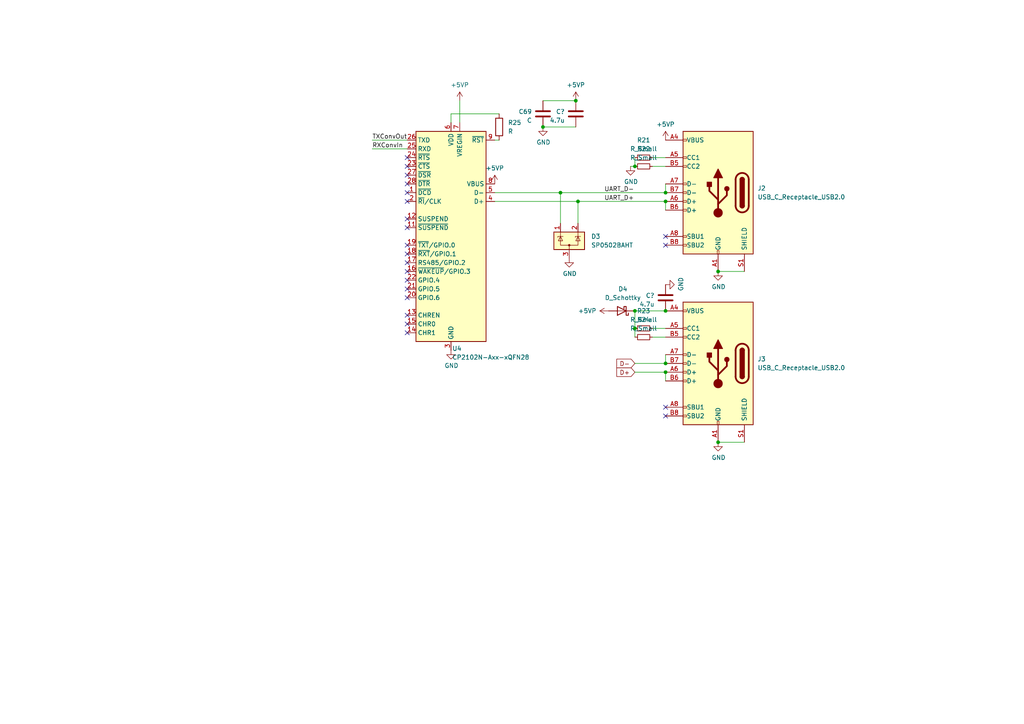
<source format=kicad_sch>
(kicad_sch (version 20230121) (generator eeschema)
  (paper "A4")
  (lib_symbols
    (symbol "Connector:USB_C_Receptacle_USB2.0" (pin_names (offset 1.016))
      (property "Reference" "J" (at -10.16 19.05 0))
      (property "Value" "USB_C_Receptacle_USB2.0" (at 19.05 19.05 0))
      (symbol "USB_C_Receptacle_USB2.0_0_0"
        (rectangle (start -0.254 -17.78) (end 0.254 -16.764))
        (rectangle (start 10.16 -14.986) (end 9.144 -15.494))
        (rectangle (start 10.16 -12.446) (end 9.144 -12.954))
        (rectangle (start 10.16 -4.826) (end 9.144 -5.334))
        (rectangle (start 10.16 -2.286) (end 9.144 -2.794))
        (rectangle (start 10.16 0.254) (end 9.144 -0.254))
        (rectangle (start 10.16 2.794) (end 9.144 2.286))
        (rectangle (start 10.16 7.874) (end 9.144 7.366))
        (rectangle (start 10.16 10.414) (end 9.144 9.906))
        (rectangle (start 10.16 15.494) (end 9.144 14.986))
      )
      (symbol "USB_C_Receptacle_USB2.0_0_1"
        (rectangle (start -10.16 17.78) (end 10.16 -17.78) (stroke (width 0.254)) (fill (type background)))
        (arc (start -8.89 -3.81) (mid -6.985 -5.7067) (end -5.08 -3.81) (stroke (width 0.508)))
        (arc (start -7.62 -3.81) (mid -6.985 -4.4423) (end -6.35 -3.81) (stroke (width 0.254)))
        (arc (start -7.62 -3.81) (mid -6.985 -4.4423) (end -6.35 -3.81) (stroke (width 0.254)) (fill (type outline)))
        (rectangle (start -7.62 -3.81) (end -6.35 3.81) (stroke (width 0.254)) (fill (type outline)))
        (arc (start -6.35 3.81) (mid -6.985 4.4423) (end -7.62 3.81) (stroke (width 0.254)))
        (arc (start -6.35 3.81) (mid -6.985 4.4423) (end -7.62 3.81) (stroke (width 0.254)) (fill (type outline)))
        (arc (start -5.08 3.81) (mid -6.985 5.7067) (end -8.89 3.81) (stroke (width 0.508)))
        (circle (center -2.54 1.143) (radius 0.635) (stroke (width 0.254)) (fill (type outline)))
        (circle (center 0 -5.842) (radius 1.27) (fill (type outline)))
        (polyline (pts (xy -8.89 -3.81) (xy -8.89 3.81)) (stroke (width 0.508)))
        (polyline (pts (xy -5.08 3.81) (xy -5.08 -3.81)) (stroke (width 0.508)))
        (polyline (pts (xy 0 -5.842) (xy 0 4.318)) (stroke (width 0.508)))
        (polyline (pts (xy 0 -3.302) (xy -2.54 -0.762) (xy -2.54 0.508)) (stroke (width 0.508)))
        (polyline (pts (xy 0 -2.032) (xy 2.54 0.508) (xy 2.54 1.778)) (stroke (width 0.508)))
        (polyline (pts (xy -1.27 4.318) (xy 0 6.858) (xy 1.27 4.318) (xy -1.27 4.318)) (stroke (width 0.254)) (fill (type outline)))
        (rectangle (start 1.905 1.778) (end 3.175 3.048) (stroke (width 0.254)) (fill (type outline)))
      )
      (symbol "USB_C_Receptacle_USB2.0_1_1"
        (pin passive line (at 0 -22.86 90) (length 5.08) (name "GND") (number "A1"))
        (pin passive line (at 0 -22.86 90) (length 5.08) hide (name "GND") (number "A12"))
        (pin passive line (at 15.24 15.24 180) (length 5.08) (name "VBUS") (number "A4"))
        (pin bidirectional line (at 15.24 10.16 180) (length 5.08) (name "CC1") (number "A5"))
        (pin bidirectional line (at 15.24 -2.54 180) (length 5.08) (name "D+") (number "A6"))
        (pin bidirectional line (at 15.24 2.54 180) (length 5.08) (name "D-") (number "A7"))
        (pin bidirectional line (at 15.24 -12.7 180) (length 5.08) (name "SBU1") (number "A8"))
        (pin passive line (at 15.24 15.24 180) (length 5.08) hide (name "VBUS") (number "A9"))
        (pin passive line (at 0 -22.86 90) (length 5.08) hide (name "GND") (number "B1"))
        (pin passive line (at 0 -22.86 90) (length 5.08) hide (name "GND") (number "B12"))
        (pin passive line (at 15.24 15.24 180) (length 5.08) hide (name "VBUS") (number "B4"))
        (pin bidirectional line (at 15.24 7.62 180) (length 5.08) (name "CC2") (number "B5"))
        (pin bidirectional line (at 15.24 -5.08 180) (length 5.08) (name "D+") (number "B6"))
        (pin bidirectional line (at 15.24 0 180) (length 5.08) (name "D-") (number "B7"))
        (pin bidirectional line (at 15.24 -15.24 180) (length 5.08) (name "SBU2") (number "B8"))
        (pin passive line (at 15.24 15.24 180) (length 5.08) hide (name "VBUS") (number "B9"))
        (pin passive line (at -7.62 -22.86 90) (length 5.08) (name "SHIELD") (number "S1"))
      )
    )
    (symbol "Device:C" (pin_numbers hide) (pin_names (offset 0.254))
      (property "Reference" "C" (at 0.635 2.54 0))
      (property "Value" "C" (at 0.635 -2.54 0))
      (symbol "C_0_1"
        (polyline (pts (xy -2.032 -0.762) (xy 2.032 -0.762)) (stroke (width 0.508)))
        (polyline (pts (xy -2.032 0.762) (xy 2.032 0.762)) (stroke (width 0.508)))
      )
      (symbol "C_1_1"
        (pin passive line (at 0 3.81 270) (length 2.794) (name "~") (number "1"))
        (pin passive line (at 0 -3.81 90) (length 2.794) (name "~") (number "2"))
      )
    )
    (symbol "Device:D_Schottky" (pin_numbers hide) (pin_names (offset 1.016) hide)
      (property "Reference" "D" (at 0 2.54 0))
      (property "Value" "D_Schottky" (at 0 -2.54 0))
      (symbol "D_Schottky_0_1"
        (polyline (pts (xy 1.27 0) (xy -1.27 0)))
        (polyline (pts (xy 1.27 1.27) (xy 1.27 -1.27) (xy -1.27 0) (xy 1.27 1.27)) (stroke (width 0.254)))
        (polyline (pts (xy -1.905 0.635) (xy -1.905 1.27) (xy -1.27 1.27) (xy -1.27 -1.27) (xy -0.635 -1.27) (xy -0.635 -0.635)) (stroke (width 0.254)))
      )
      (symbol "D_Schottky_1_1"
        (pin passive line (at -3.81 0 0) (length 2.54) (name "K") (number "1"))
        (pin passive line (at 3.81 0 180) (length 2.54) (name "A") (number "2"))
      )
    )
    (symbol "Device:R" (pin_numbers hide) (pin_names (offset 0))
      (property "Reference" "R" (at 2.032 0 90))
      (property "Value" "R" (at 0 0 90))
      (symbol "R_0_1"
        (rectangle (start -1.016 -2.54) (end 1.016 2.54) (stroke (width 0.254)))
      )
      (symbol "R_1_1"
        (pin passive line (at 0 3.81 270) (length 1.27) (name "~") (number "1"))
        (pin passive line (at 0 -3.81 90) (length 1.27) (name "~") (number "2"))
      )
    )
    (symbol "Device:R_Small" (pin_numbers hide) (pin_names (offset 0.254) hide)
      (property "Reference" "R" (at 0.762 0.508 0))
      (property "Value" "R_Small" (at 0.762 -1.016 0))
      (symbol "R_Small_0_1"
        (rectangle (start -0.762 1.778) (end 0.762 -1.778) (stroke (width 0.2032)))
      )
      (symbol "R_Small_1_1"
        (pin passive line (at 0 2.54 270) (length 0.762) (name "~") (number "1"))
        (pin passive line (at 0 -2.54 90) (length 0.762) (name "~") (number "2"))
      )
    )
    (symbol "Interface_USB:CP2102N-Axx-xQFN28"
      (property "Reference" "U" (at -8.89 31.75 0))
      (property "Value" "CP2102N-Axx-xQFN28" (at 12.7 31.75 0))
      (symbol "CP2102N-Axx-xQFN28_0_1"
        (rectangle (start -10.16 30.48) (end 10.16 -30.48) (stroke (width 0.254)) (fill (type background)))
      )
      (symbol "CP2102N-Axx-xQFN28_1_1"
        (pin input line (at 12.7 12.7 180) (length 2.54) (name "~{DCD}") (number "1"))
        (pin no_connect line (at -10.16 -27.94 0) (length 2.54) hide (name "NC") (number "10"))
        (pin output line (at 12.7 2.54 180) (length 2.54) (name "~{SUSPEND}") (number "11"))
        (pin output line (at 12.7 5.08 180) (length 2.54) (name "SUSPEND") (number "12"))
        (pin output line (at 12.7 -22.86 180) (length 2.54) (name "CHREN") (number "13"))
        (pin output line (at 12.7 -27.94 180) (length 2.54) (name "CHR1") (number "14"))
        (pin output line (at 12.7 -25.4 180) (length 2.54) (name "CHR0") (number "15"))
        (pin bidirectional line (at 12.7 -10.16 180) (length 2.54) (name "~{WAKEUP}/GPIO.3") (number "16"))
        (pin bidirectional line (at 12.7 -7.62 180) (length 2.54) (name "RS485/GPIO.2") (number "17"))
        (pin bidirectional line (at 12.7 -5.08 180) (length 2.54) (name "~{RXT}/GPIO.1") (number "18"))
        (pin bidirectional line (at 12.7 -2.54 180) (length 2.54) (name "~{TXT}/GPIO.0") (number "19"))
        (pin bidirectional line (at 12.7 10.16 180) (length 2.54) (name "~{RI}/CLK") (number "2"))
        (pin bidirectional line (at 12.7 -17.78 180) (length 2.54) (name "GPIO.6") (number "20"))
        (pin bidirectional line (at 12.7 -15.24 180) (length 2.54) (name "GPIO.5") (number "21"))
        (pin bidirectional line (at 12.7 -12.7 180) (length 2.54) (name "GPIO.4") (number "22"))
        (pin input line (at 12.7 20.32 180) (length 2.54) (name "~{CTS}") (number "23"))
        (pin output line (at 12.7 22.86 180) (length 2.54) (name "~{RTS}") (number "24"))
        (pin input line (at 12.7 25.4 180) (length 2.54) (name "RXD") (number "25"))
        (pin output line (at 12.7 27.94 180) (length 2.54) (name "TXD") (number "26"))
        (pin input line (at 12.7 17.78 180) (length 2.54) (name "~{DSR}") (number "27"))
        (pin output line (at 12.7 15.24 180) (length 2.54) (name "~{DTR}") (number "28"))
        (pin passive line (at 0 -33.02 90) (length 2.54) hide (name "GND") (number "29"))
        (pin power_in line (at 0 -33.02 90) (length 2.54) (name "GND") (number "3"))
        (pin bidirectional line (at -12.7 10.16 0) (length 2.54) (name "D+") (number "4"))
        (pin bidirectional line (at -12.7 12.7 0) (length 2.54) (name "D-") (number "5"))
        (pin power_in line (at 0 33.02 270) (length 2.54) (name "VDD") (number "6"))
        (pin power_in line (at -2.54 33.02 270) (length 2.54) (name "VREGIN") (number "7"))
        (pin input line (at -12.7 15.24 0) (length 2.54) (name "VBUS") (number "8"))
        (pin input line (at -12.7 27.94 0) (length 2.54) (name "~{RST}") (number "9"))
      )
    )
    (symbol "Power_Protection:SP0502BAHT" (pin_names hide)
      (property "Reference" "D" (at 5.715 2.54 0))
      (property "Value" "SP0502BAHT" (at 5.715 0.635 0))
      (symbol "SP0502BAHT_0_0"
        (pin passive line (at 0 -5.08 90) (length 2.54) (name "A") (number "3"))
      )
      (symbol "SP0502BAHT_0_1"
        (rectangle (start -4.445 2.54) (end 4.445 -2.54) (stroke (width 0.254)) (fill (type background)))
        (circle (center 0 -1.27) (radius 0.254) (fill (type outline)))
        (polyline (pts (xy -2.54 2.54) (xy -2.54 1.27)))
        (polyline (pts (xy 0 -1.27) (xy 0 -2.54)))
        (polyline (pts (xy 2.54 2.54) (xy 2.54 1.27)))
        (polyline (pts (xy -3.302 1.016) (xy -3.302 1.27) (xy -1.905 1.27) (xy -1.778 1.27)))
        (polyline (pts (xy -2.54 1.27) (xy -2.54 -1.27) (xy 2.54 -1.27) (xy 2.54 1.27)))
        (polyline (pts (xy -2.54 1.27) (xy -1.905 0) (xy -3.175 0) (xy -2.54 1.27)))
        (polyline (pts (xy 1.778 1.016) (xy 1.778 1.27) (xy 3.175 1.27) (xy 3.302 1.27)))
        (polyline (pts (xy 2.54 1.27) (xy 1.905 0) (xy 3.175 0) (xy 2.54 1.27)))
      )
      (symbol "SP0502BAHT_1_1"
        (pin passive line (at -2.54 5.08 270) (length 2.54) (name "K") (number "1"))
        (pin passive line (at 2.54 5.08 270) (length 2.54) (name "K") (number "2"))
      )
    )
    (symbol "power:+5VP" (power) (pin_names (offset 0))
      (property "Value" "+5VP" (at 0 3.556 0))
      (symbol "+5VP_0_1"
        (polyline (pts (xy -0.762 1.27) (xy 0 2.54)))
        (polyline (pts (xy 0 0) (xy 0 2.54)))
        (polyline (pts (xy 0 2.54) (xy 0.762 1.27)))
      )
      (symbol "+5VP_1_1"
        (pin power_in line (at 0 0 90) (length 0) hide (name "+5VP") (number "1"))
      )
    )
    (symbol "power:GND" (power) (pin_names (offset 0))
      (property "Value" "GND" (at 0 -3.81 0))
      (symbol "GND_0_1"
        (polyline (pts (xy 0 0) (xy 0 -1.27) (xy 1.27 -1.27) (xy 0 -2.54) (xy -1.27 -1.27) (xy 0 -1.27)))
      )
      (symbol "GND_1_1"
        (pin power_in line (at 0 0 270) (length 0) hide (name "GND") (number "1"))
      )
    )
  )
  (junction (at 193.04 107.95))
  (junction (at 208.28 78.74))
  (junction (at 208.28 128.27))
  (junction (at 162.56 55.88))
  (junction (at 157.48 36.83))
  (junction (at 184.15 90.17))
  (junction (at 193.04 58.42))
  (junction (at 167.64 58.42))
  (junction (at 184.15 48.26))
  (junction (at 167.005 29.21))
  (junction (at 193.04 105.41))
  (junction (at 193.04 55.88))
  (junction (at 193.04 90.17))
  (junction (at 184.15 95.25))
  (no_connect (at 193.04 68.58))
  (no_connect (at 118.11 50.8))
  (no_connect (at 193.04 120.65))
  (no_connect (at 118.11 91.44))
  (no_connect (at 118.11 83.82))
  (no_connect (at 118.11 63.5))
  (no_connect (at 193.04 71.12))
  (no_connect (at 118.11 55.88))
  (no_connect (at 118.11 96.52))
  (no_connect (at 118.11 58.42))
  (no_connect (at 118.11 78.74))
  (no_connect (at 193.04 118.11))
  (no_connect (at 118.11 86.36))
  (no_connect (at 118.11 81.28))
  (no_connect (at 118.11 93.98))
  (no_connect (at 118.11 45.72))
  (no_connect (at 118.11 76.2))
  (no_connect (at 118.11 48.26))
  (no_connect (at 118.11 73.66))
  (no_connect (at 118.11 71.12))
  (no_connect (at 118.11 66.04))
  (no_connect (at 118.11 53.34))
  (wire (pts (xy 193.04 53.34) (xy 193.04 55.88)))
  (wire (pts (xy 143.51 55.88) (xy 162.56 55.88)))
  (wire (pts (xy 189.23 95.25) (xy 193.04 95.25)))
  (wire (pts (xy 144.78 40.64) (xy 143.51 40.64)))
  (wire (pts (xy 193.04 107.95) (xy 193.04 110.49)))
  (wire (pts (xy 184.15 45.72) (xy 184.15 48.26)))
  (wire (pts (xy 133.35 29.21) (xy 133.35 35.56)))
  (wire (pts (xy 162.56 55.88) (xy 193.04 55.88)))
  (wire (pts (xy 167.005 36.83) (xy 157.48 36.83)))
  (wire (pts (xy 208.28 128.27) (xy 215.9 128.27)))
  (wire (pts (xy 193.04 90.17) (xy 184.15 90.17)))
  (wire (pts (xy 107.95 40.64) (xy 118.11 40.64)))
  (wire (pts (xy 144.78 33.02) (xy 130.81 33.02)))
  (wire (pts (xy 107.95 43.18) (xy 118.11 43.18)))
  (wire (pts (xy 157.48 29.21) (xy 167.005 29.21)))
  (wire (pts (xy 193.04 58.42) (xy 193.04 60.96)))
  (wire (pts (xy 167.64 58.42) (xy 193.04 58.42)))
  (wire (pts (xy 184.15 95.25) (xy 184.15 97.79)))
  (wire (pts (xy 208.28 78.74) (xy 215.9 78.74)))
  (wire (pts (xy 189.23 48.26) (xy 193.04 48.26)))
  (wire (pts (xy 184.15 105.41) (xy 193.04 105.41)))
  (wire (pts (xy 193.04 102.87) (xy 193.04 105.41)))
  (wire (pts (xy 189.23 45.72) (xy 193.04 45.72)))
  (wire (pts (xy 162.56 55.88) (xy 162.56 64.77)))
  (wire (pts (xy 143.51 58.42) (xy 167.64 58.42)))
  (wire (pts (xy 182.88 48.26) (xy 184.15 48.26)))
  (wire (pts (xy 184.15 107.95) (xy 193.04 107.95)))
  (wire (pts (xy 189.23 97.79) (xy 193.04 97.79)))
  (wire (pts (xy 167.64 58.42) (xy 167.64 64.77)))
  (wire (pts (xy 130.81 33.02) (xy 130.81 35.56)))
  (wire (pts (xy 184.15 90.17) (xy 184.15 95.25)))
  (label "RXConvIn" (at 107.95 43.18 0))
  (label "UART_D-" (at 175.26 55.88 0))
  (label "TXConvOut" (at 107.95 40.64 0))
  (label "UART_D+" (at 175.26 58.42 0))
  (global_label "D+" (shape input) (at 184.15 107.95 180) (property "Intersheetrefs" "${INTERSHEET_REFS}" (effects hide)))
  (global_label "D-" (shape input) (at 184.15 105.41 180) (property "Intersheetrefs" "${INTERSHEET_REFS}" (effects hide)))
  (symbol (lib_id "Device:R_Small") (at 186.69 95.25 90) (unit 1)
    (property "Reference" "R23" (at 186.69 90.17 90))
    (property "Value" "R_Small" (at 186.69 92.71 90))
    (property "Footprint" "Resistor_SMD:R_0402_1005Metric_Pad0.72x0.64mm_HandSolder" (effects hide))
  )
  (symbol (lib_id "Device:R_Small") (at 186.69 45.72 90) (unit 1)
    (property "Reference" "R21" (at 186.69 40.64 90))
    (property "Value" "R_Small" (at 186.69 43.18 90))
    (property "Footprint" "Resistor_SMD:R_0402_1005Metric_Pad0.72x0.64mm_HandSolder" (effects hide))
  )
  (symbol (lib_id "Device:R_Small") (at 186.69 97.79 90) (unit 1)
    (property "Reference" "R24" (at 186.69 92.71 90))
    (property "Value" "R_Small" (at 186.69 95.25 90))
    (property "Footprint" "Resistor_SMD:R_0402_1005Metric_Pad0.72x0.64mm_HandSolder" (effects hide))
  )
  (symbol (lib_id "power:+5VP") (at 143.51 53.34 0) (unit 1)
    (property "Reference" "#PWR095" (effects hide))
    (property "Value" "+5VP" (at 143.51 48.768 0))
  )
  (symbol (lib_id "power:GND") (at 130.81 101.6 0) (mirror y) (unit 1)
    (property "Reference" "#PWR093" (effects hide))
    (property "Value" "GND" (at 128.905 106.045 0) (effects (justify right)))
  )
  (symbol (lib_id "Power_Protection:SP0502BAHT") (at 165.1 69.85 0) (unit 1)
    (property "Reference" "D3" (at 171.45 68.58 0) (effects (justify left)))
    (property "Value" "SP0502BAHT" (at 171.45 71.12 0) (effects (justify left)))
    (property "Footprint" "Package_TO_SOT_SMD:SOT-23" (effects hide))
    (property "Datasheet" "http://www.littelfuse.com/~/media/files/littelfuse/technical%20resources/documents/data%20sheets/sp05xxba.pdf" (effects hide))
  )
  (symbol (lib_id "Connector:USB_C_Receptacle_USB2.0") (at 208.28 55.88 0) (mirror y) (unit 1)
    (property "Reference" "J2" (at 219.71 54.61 0) (effects (justify right)))
    (property "Value" "USB_C_Receptacle_USB2.0" (at 219.71 57.15 0) (effects (justify right)))
    (property "Footprint" "Connector_USB:USB_C_Receptacle_Palconn_UTC16-G" (effects hide))
    (property "Datasheet" "https://www.usb.org/sites/default/files/documents/usb_type-c.zip" (effects hide))
  )
  (symbol (lib_id "Device:R_Small") (at 186.69 48.26 90) (unit 1)
    (property "Reference" "R22" (at 186.69 43.18 90))
    (property "Value" "R_Small" (at 186.69 45.72 90))
    (property "Footprint" "Resistor_SMD:R_0402_1005Metric_Pad0.72x0.64mm_HandSolder" (effects hide))
  )
  (symbol (lib_id "Interface_USB:CP2102N-Axx-xQFN28") (at 130.81 68.58 0) (mirror y) (unit 1)
    (property "Reference" "U4" (at 131.1559 101.092 0) (effects (justify right)))
    (property "Value" "CP2102N-Axx-xQFN28" (at 131.1559 103.632 0) (effects (justify right)))
    (property "Footprint" "Package_DFN_QFN:QFN-28-1EP_5x5mm_P0.5mm_EP3.35x3.35mm" (effects hide))
    (property "Datasheet" "https://www.silabs.com/documents/public/data-sheets/cp2102n-datasheet.pdf" (effects hide))
  )
  (symbol (lib_id "power:GND") (at 165.1 74.93 0) (mirror y) (unit 1)
    (property "Reference" "#PWR096" (effects hide))
    (property "Value" "GND" (at 163.195 79.375 0) (effects (justify right)))
  )
  (symbol (lib_id "power:+5VP") (at 176.53 90.17 90) (unit 1)
    (property "Reference" "#PWR089" (effects hide))
    (property "Value" "+5VP" (at 167.64 90.17 90) (effects (justify right)))
  )
  (symbol (lib_id "power:GND") (at 208.28 78.74 0) (mirror y) (unit 1)
    (property "Reference" "#PWR090" (effects hide))
    (property "Value" "GND" (at 206.375 83.185 0) (effects (justify right)))
  )
  (symbol (lib_id "power:+5VP") (at 193.04 40.64 0) (unit 1)
    (property "Reference" "#PWR087" (effects hide))
    (property "Value" "+5VP" (at 193.04 36.068 0))
  )
  (symbol (lib_id "power:GND") (at 182.88 48.26 0) (mirror y) (unit 1)
    (property "Reference" "#PWR092" (effects hide))
    (property "Value" "GND" (at 180.975 52.705 0) (effects (justify right)))
  )
  (symbol (lib_id "power:+5VP") (at 133.35 29.21 0) (unit 1)
    (property "Reference" "#PWR094" (effects hide))
    (property "Value" "+5VP" (at 133.35 24.638 0))
  )
  (symbol (lib_id "power:GND") (at 193.04 82.55 90) (mirror x) (unit 1)
    (property "Reference" "#PWR097" (effects hide))
    (property "Value" "GND" (at 197.485 84.455 0) (effects (justify right)))
  )
  (symbol (lib_id "power:GND") (at 157.48 36.83 0) (mirror y) (unit 1)
    (property "Reference" "#PWR088" (effects hide))
    (property "Value" "GND" (at 155.575 41.275 0) (effects (justify right)))
  )
  (symbol (lib_id "Connector:USB_C_Receptacle_USB2.0") (at 208.28 105.41 0) (mirror y) (unit 1)
    (property "Reference" "J3" (at 219.71 104.14 0) (effects (justify right)))
    (property "Value" "USB_C_Receptacle_USB2.0" (at 219.71 106.68 0) (effects (justify right)))
    (property "Footprint" "Connector_USB:USB_C_Receptacle_Palconn_UTC16-G" (effects hide))
    (property "Datasheet" "https://www.usb.org/sites/default/files/documents/usb_type-c.zip" (effects hide))
  )
  (symbol (lib_id "Device:C") (at 157.48 33.02 0) (mirror y) (unit 1)
    (property "Reference" "C69" (at 154.305 32.385 0) (effects (justify left)))
    (property "Value" "C" (at 154.305 34.925 0) (effects (justify left)))
    (property "Footprint" "Capacitor_SMD:C_1206_3216Metric_Pad1.33x1.80mm_HandSolder" (effects hide))
  )
  (symbol (lib_id "Device:C") (at 167.005 33.02 0) (mirror y) (unit 1)
    (property "Reference" "C?" (at 163.83 32.385 0) (effects (justify left)))
    (property "Value" "4.7u" (at 163.83 34.925 0) (effects (justify left)))
    (property "Footprint" "Capacitor_SMD:C_0402_1005Metric_Pad0.74x0.62mm_HandSolder" (effects hide))
    (instances (project "H616_devboard" (path "" (reference "C?") (unit 1)) (path "" (reference "C68") (unit 1))))
  )
  (symbol (lib_id "power:GND") (at 208.28 128.27 0) (mirror y) (unit 1)
    (property "Reference" "#PWR091" (effects hide))
    (property "Value" "GND" (at 206.375 132.715 0) (effects (justify right)))
  )
  (symbol (lib_id "Device:D_Schottky") (at 180.34 90.17 180) (unit 1)
    (property "Reference" "D4" (at 180.6575 83.82 0))
    (property "Value" "D_Schottky" (at 180.6575 86.36 0))
    (property "Footprint" "Diode_SMD:D_SOD-323_HandSoldering" (effects hide))
  )
  (symbol (lib_id "Device:C") (at 193.04 86.36 0) (mirror y) (unit 1)
    (property "Reference" "C?" (at 189.865 85.725 0) (effects (justify left)))
    (property "Value" "4.7u" (at 189.865 88.265 0) (effects (justify left)))
    (property "Footprint" "Capacitor_SMD:C_0402_1005Metric_Pad0.74x0.62mm_HandSolder" (effects hide))
    (instances (project "H616_devboard" (path "" (reference "C?") (unit 1)) (path "" (reference "C65") (unit 1))))
  )
  (symbol (lib_id "power:+5VP") (at 167.005 29.21 0) (unit 1)
    (property "Reference" "#PWR086" (effects hide))
    (property "Value" "+5VP" (at 167.005 24.638 0))
  )
  (symbol (lib_id "Device:R") (at 144.78 36.83 0) (unit 1)
    (property "Reference" "R25" (at 147.32 35.56 0) (effects (justify left)))
    (property "Value" "R" (at 147.32 38.1 0) (effects (justify left)))
    (property "Footprint" "Resistor_SMD:R_0402_1005Metric_Pad0.72x0.64mm_HandSolder" (effects hide))
  )
)
</source>
